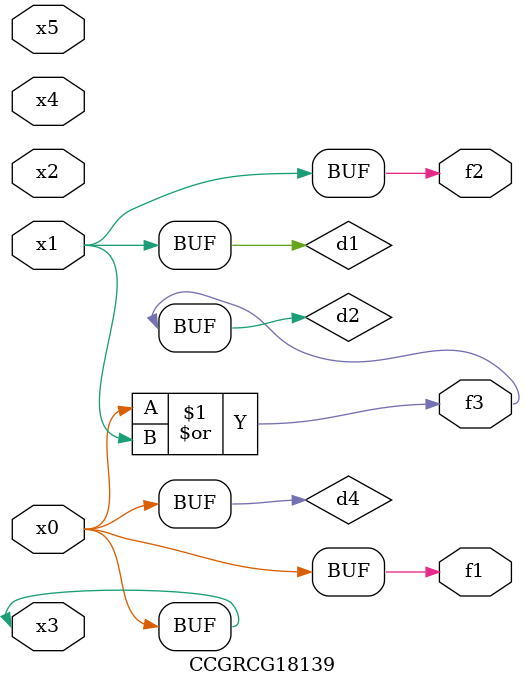
<source format=v>
module CCGRCG18139(
	input x0, x1, x2, x3, x4, x5,
	output f1, f2, f3
);

	wire d1, d2, d3, d4;

	and (d1, x1);
	or (d2, x0, x1);
	nand (d3, x0, x5);
	buf (d4, x0, x3);
	assign f1 = d4;
	assign f2 = d1;
	assign f3 = d2;
endmodule

</source>
